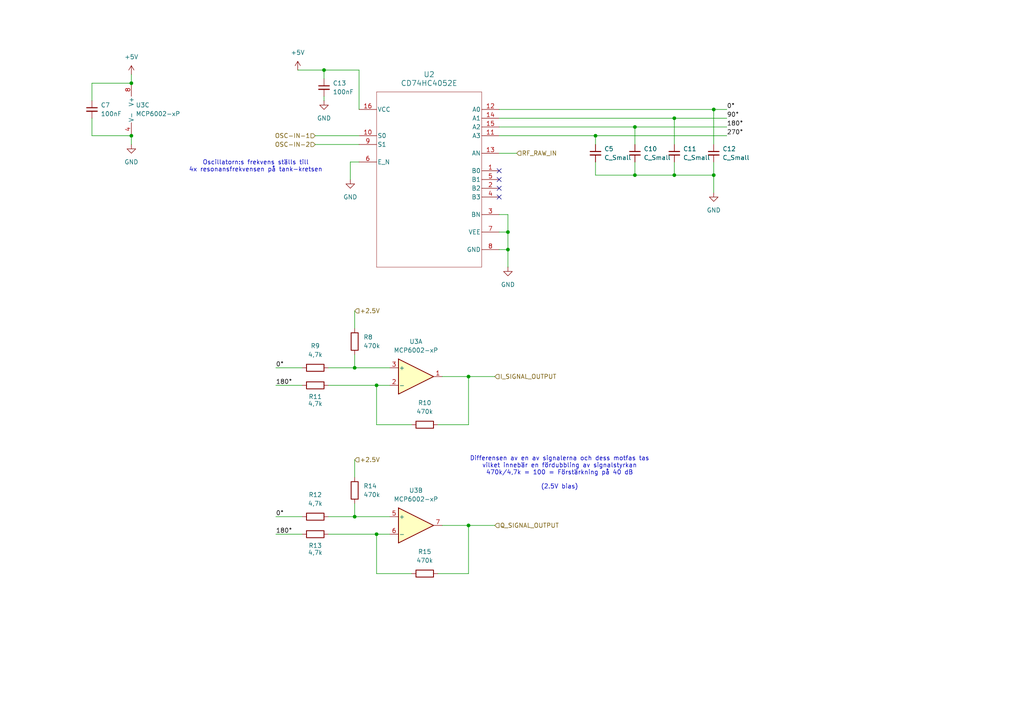
<source format=kicad_sch>
(kicad_sch
	(version 20250114)
	(generator "eeschema")
	(generator_version "9.0")
	(uuid "cdc71340-22e7-4574-a8f3-49098b798c45")
	(paper "A4")
	(lib_symbols
		(symbol "Amplifier_Operational:MCP6002-xP"
			(pin_names
				(offset 0.127)
			)
			(exclude_from_sim no)
			(in_bom yes)
			(on_board yes)
			(property "Reference" "U"
				(at 0 5.08 0)
				(effects
					(font
						(size 1.27 1.27)
					)
					(justify left)
				)
			)
			(property "Value" "MCP6002-xP"
				(at 0 -5.08 0)
				(effects
					(font
						(size 1.27 1.27)
					)
					(justify left)
				)
			)
			(property "Footprint" ""
				(at 0 0 0)
				(effects
					(font
						(size 1.27 1.27)
					)
					(hide yes)
				)
			)
			(property "Datasheet" "http://ww1.microchip.com/downloads/en/DeviceDoc/21733j.pdf"
				(at 0 0 0)
				(effects
					(font
						(size 1.27 1.27)
					)
					(hide yes)
				)
			)
			(property "Description" "1MHz, Low-Power Op Amp, DIP-8"
				(at 0 0 0)
				(effects
					(font
						(size 1.27 1.27)
					)
					(hide yes)
				)
			)
			(property "ki_locked" ""
				(at 0 0 0)
				(effects
					(font
						(size 1.27 1.27)
					)
				)
			)
			(property "ki_keywords" "dual opamp"
				(at 0 0 0)
				(effects
					(font
						(size 1.27 1.27)
					)
					(hide yes)
				)
			)
			(property "ki_fp_filters" "SOIC*3.9x4.9mm*P1.27mm* DIP*W7.62mm* TO*99* OnSemi*Micro8* TSSOP*3x3mm*P0.65mm* TSSOP*4.4x3mm*P0.65mm* MSOP*3x3mm*P0.65mm* SSOP*3.9x4.9mm*P0.635mm* LFCSP*2x2mm*P0.5mm* *SIP* SOIC*5.3x6.2mm*P1.27mm*"
				(at 0 0 0)
				(effects
					(font
						(size 1.27 1.27)
					)
					(hide yes)
				)
			)
			(symbol "MCP6002-xP_1_1"
				(polyline
					(pts
						(xy -5.08 5.08) (xy 5.08 0) (xy -5.08 -5.08) (xy -5.08 5.08)
					)
					(stroke
						(width 0.254)
						(type default)
					)
					(fill
						(type background)
					)
				)
				(pin input line
					(at -7.62 2.54 0)
					(length 2.54)
					(name "+"
						(effects
							(font
								(size 1.27 1.27)
							)
						)
					)
					(number "3"
						(effects
							(font
								(size 1.27 1.27)
							)
						)
					)
				)
				(pin input line
					(at -7.62 -2.54 0)
					(length 2.54)
					(name "-"
						(effects
							(font
								(size 1.27 1.27)
							)
						)
					)
					(number "2"
						(effects
							(font
								(size 1.27 1.27)
							)
						)
					)
				)
				(pin output line
					(at 7.62 0 180)
					(length 2.54)
					(name "~"
						(effects
							(font
								(size 1.27 1.27)
							)
						)
					)
					(number "1"
						(effects
							(font
								(size 1.27 1.27)
							)
						)
					)
				)
			)
			(symbol "MCP6002-xP_2_1"
				(polyline
					(pts
						(xy -5.08 5.08) (xy 5.08 0) (xy -5.08 -5.08) (xy -5.08 5.08)
					)
					(stroke
						(width 0.254)
						(type default)
					)
					(fill
						(type background)
					)
				)
				(pin input line
					(at -7.62 2.54 0)
					(length 2.54)
					(name "+"
						(effects
							(font
								(size 1.27 1.27)
							)
						)
					)
					(number "5"
						(effects
							(font
								(size 1.27 1.27)
							)
						)
					)
				)
				(pin input line
					(at -7.62 -2.54 0)
					(length 2.54)
					(name "-"
						(effects
							(font
								(size 1.27 1.27)
							)
						)
					)
					(number "6"
						(effects
							(font
								(size 1.27 1.27)
							)
						)
					)
				)
				(pin output line
					(at 7.62 0 180)
					(length 2.54)
					(name "~"
						(effects
							(font
								(size 1.27 1.27)
							)
						)
					)
					(number "7"
						(effects
							(font
								(size 1.27 1.27)
							)
						)
					)
				)
			)
			(symbol "MCP6002-xP_3_1"
				(pin power_in line
					(at -2.54 7.62 270)
					(length 3.81)
					(name "V+"
						(effects
							(font
								(size 1.27 1.27)
							)
						)
					)
					(number "8"
						(effects
							(font
								(size 1.27 1.27)
							)
						)
					)
				)
				(pin power_in line
					(at -2.54 -7.62 90)
					(length 3.81)
					(name "V-"
						(effects
							(font
								(size 1.27 1.27)
							)
						)
					)
					(number "4"
						(effects
							(font
								(size 1.27 1.27)
							)
						)
					)
				)
			)
			(embedded_fonts no)
		)
		(symbol "Device:C_Small"
			(pin_numbers
				(hide yes)
			)
			(pin_names
				(offset 0.254)
				(hide yes)
			)
			(exclude_from_sim no)
			(in_bom yes)
			(on_board yes)
			(property "Reference" "C"
				(at 0.254 1.778 0)
				(effects
					(font
						(size 1.27 1.27)
					)
					(justify left)
				)
			)
			(property "Value" "C_Small"
				(at 0.254 -2.032 0)
				(effects
					(font
						(size 1.27 1.27)
					)
					(justify left)
				)
			)
			(property "Footprint" ""
				(at 0 0 0)
				(effects
					(font
						(size 1.27 1.27)
					)
					(hide yes)
				)
			)
			(property "Datasheet" "~"
				(at 0 0 0)
				(effects
					(font
						(size 1.27 1.27)
					)
					(hide yes)
				)
			)
			(property "Description" "Unpolarized capacitor, small symbol"
				(at 0 0 0)
				(effects
					(font
						(size 1.27 1.27)
					)
					(hide yes)
				)
			)
			(property "ki_keywords" "capacitor cap"
				(at 0 0 0)
				(effects
					(font
						(size 1.27 1.27)
					)
					(hide yes)
				)
			)
			(property "ki_fp_filters" "C_*"
				(at 0 0 0)
				(effects
					(font
						(size 1.27 1.27)
					)
					(hide yes)
				)
			)
			(symbol "C_Small_0_1"
				(polyline
					(pts
						(xy -1.524 0.508) (xy 1.524 0.508)
					)
					(stroke
						(width 0.3048)
						(type default)
					)
					(fill
						(type none)
					)
				)
				(polyline
					(pts
						(xy -1.524 -0.508) (xy 1.524 -0.508)
					)
					(stroke
						(width 0.3302)
						(type default)
					)
					(fill
						(type none)
					)
				)
			)
			(symbol "C_Small_1_1"
				(pin passive line
					(at 0 2.54 270)
					(length 2.032)
					(name "~"
						(effects
							(font
								(size 1.27 1.27)
							)
						)
					)
					(number "1"
						(effects
							(font
								(size 1.27 1.27)
							)
						)
					)
				)
				(pin passive line
					(at 0 -2.54 90)
					(length 2.032)
					(name "~"
						(effects
							(font
								(size 1.27 1.27)
							)
						)
					)
					(number "2"
						(effects
							(font
								(size 1.27 1.27)
							)
						)
					)
				)
			)
			(embedded_fonts no)
		)
		(symbol "Device:R"
			(pin_numbers
				(hide yes)
			)
			(pin_names
				(offset 0)
			)
			(exclude_from_sim no)
			(in_bom yes)
			(on_board yes)
			(property "Reference" "R"
				(at 2.032 0 90)
				(effects
					(font
						(size 1.27 1.27)
					)
				)
			)
			(property "Value" "R"
				(at 0 0 90)
				(effects
					(font
						(size 1.27 1.27)
					)
				)
			)
			(property "Footprint" ""
				(at -1.778 0 90)
				(effects
					(font
						(size 1.27 1.27)
					)
					(hide yes)
				)
			)
			(property "Datasheet" "~"
				(at 0 0 0)
				(effects
					(font
						(size 1.27 1.27)
					)
					(hide yes)
				)
			)
			(property "Description" "Resistor"
				(at 0 0 0)
				(effects
					(font
						(size 1.27 1.27)
					)
					(hide yes)
				)
			)
			(property "ki_keywords" "R res resistor"
				(at 0 0 0)
				(effects
					(font
						(size 1.27 1.27)
					)
					(hide yes)
				)
			)
			(property "ki_fp_filters" "R_*"
				(at 0 0 0)
				(effects
					(font
						(size 1.27 1.27)
					)
					(hide yes)
				)
			)
			(symbol "R_0_1"
				(rectangle
					(start -1.016 -2.54)
					(end 1.016 2.54)
					(stroke
						(width 0.254)
						(type default)
					)
					(fill
						(type none)
					)
				)
			)
			(symbol "R_1_1"
				(pin passive line
					(at 0 3.81 270)
					(length 1.27)
					(name "~"
						(effects
							(font
								(size 1.27 1.27)
							)
						)
					)
					(number "1"
						(effects
							(font
								(size 1.27 1.27)
							)
						)
					)
				)
				(pin passive line
					(at 0 -3.81 90)
					(length 1.27)
					(name "~"
						(effects
							(font
								(size 1.27 1.27)
							)
						)
					)
					(number "2"
						(effects
							(font
								(size 1.27 1.27)
							)
						)
					)
				)
			)
			(embedded_fonts no)
		)
		(symbol "power:+5V"
			(power)
			(pin_numbers
				(hide yes)
			)
			(pin_names
				(offset 0)
				(hide yes)
			)
			(exclude_from_sim no)
			(in_bom yes)
			(on_board yes)
			(property "Reference" "#PWR"
				(at 0 -3.81 0)
				(effects
					(font
						(size 1.27 1.27)
					)
					(hide yes)
				)
			)
			(property "Value" "+5V"
				(at 0 3.556 0)
				(effects
					(font
						(size 1.27 1.27)
					)
				)
			)
			(property "Footprint" ""
				(at 0 0 0)
				(effects
					(font
						(size 1.27 1.27)
					)
					(hide yes)
				)
			)
			(property "Datasheet" ""
				(at 0 0 0)
				(effects
					(font
						(size 1.27 1.27)
					)
					(hide yes)
				)
			)
			(property "Description" "Power symbol creates a global label with name \"+5V\""
				(at 0 0 0)
				(effects
					(font
						(size 1.27 1.27)
					)
					(hide yes)
				)
			)
			(property "ki_keywords" "global power"
				(at 0 0 0)
				(effects
					(font
						(size 1.27 1.27)
					)
					(hide yes)
				)
			)
			(symbol "+5V_0_1"
				(polyline
					(pts
						(xy -0.762 1.27) (xy 0 2.54)
					)
					(stroke
						(width 0)
						(type default)
					)
					(fill
						(type none)
					)
				)
				(polyline
					(pts
						(xy 0 2.54) (xy 0.762 1.27)
					)
					(stroke
						(width 0)
						(type default)
					)
					(fill
						(type none)
					)
				)
				(polyline
					(pts
						(xy 0 0) (xy 0 2.54)
					)
					(stroke
						(width 0)
						(type default)
					)
					(fill
						(type none)
					)
				)
			)
			(symbol "+5V_1_1"
				(pin power_in line
					(at 0 0 90)
					(length 0)
					(name "~"
						(effects
							(font
								(size 1.27 1.27)
							)
						)
					)
					(number "1"
						(effects
							(font
								(size 1.27 1.27)
							)
						)
					)
				)
			)
			(embedded_fonts no)
		)
		(symbol "power:GND"
			(power)
			(pin_numbers
				(hide yes)
			)
			(pin_names
				(offset 0)
				(hide yes)
			)
			(exclude_from_sim no)
			(in_bom yes)
			(on_board yes)
			(property "Reference" "#PWR"
				(at 0 -6.35 0)
				(effects
					(font
						(size 1.27 1.27)
					)
					(hide yes)
				)
			)
			(property "Value" "GND"
				(at 0 -3.81 0)
				(effects
					(font
						(size 1.27 1.27)
					)
				)
			)
			(property "Footprint" ""
				(at 0 0 0)
				(effects
					(font
						(size 1.27 1.27)
					)
					(hide yes)
				)
			)
			(property "Datasheet" ""
				(at 0 0 0)
				(effects
					(font
						(size 1.27 1.27)
					)
					(hide yes)
				)
			)
			(property "Description" "Power symbol creates a global label with name \"GND\" , ground"
				(at 0 0 0)
				(effects
					(font
						(size 1.27 1.27)
					)
					(hide yes)
				)
			)
			(property "ki_keywords" "global power"
				(at 0 0 0)
				(effects
					(font
						(size 1.27 1.27)
					)
					(hide yes)
				)
			)
			(symbol "GND_0_1"
				(polyline
					(pts
						(xy 0 0) (xy 0 -1.27) (xy 1.27 -1.27) (xy 0 -2.54) (xy -1.27 -1.27) (xy 0 -1.27)
					)
					(stroke
						(width 0)
						(type default)
					)
					(fill
						(type none)
					)
				)
			)
			(symbol "GND_1_1"
				(pin power_in line
					(at 0 0 270)
					(length 0)
					(name "~"
						(effects
							(font
								(size 1.27 1.27)
							)
						)
					)
					(number "1"
						(effects
							(font
								(size 1.27 1.27)
							)
						)
					)
				)
			)
			(embedded_fonts no)
		)
		(symbol "projekt-am:CD74HC4052E"
			(pin_names
				(offset 0.254)
			)
			(exclude_from_sim no)
			(in_bom yes)
			(on_board yes)
			(property "Reference" "U"
				(at 0 2.54 0)
				(effects
					(font
						(size 1.524 1.524)
					)
				)
			)
			(property "Value" "CD74HC4052E"
				(at 0 0 0)
				(effects
					(font
						(size 1.524 1.524)
					)
				)
			)
			(property "Footprint" "N0016A"
				(at 0 0 0)
				(effects
					(font
						(size 1.27 1.27)
						(italic yes)
					)
					(hide yes)
				)
			)
			(property "Datasheet" "https://www.ti.com/lit/gpn/cd74hc4052"
				(at 0 0 0)
				(effects
					(font
						(size 1.27 1.27)
						(italic yes)
					)
					(hide yes)
				)
			)
			(property "Description" ""
				(at 0 0 0)
				(effects
					(font
						(size 1.27 1.27)
					)
					(hide yes)
				)
			)
			(property "ki_locked" ""
				(at 0 0 0)
				(effects
					(font
						(size 1.27 1.27)
					)
				)
			)
			(property "ki_keywords" "CD74HC4052E"
				(at 0 0 0)
				(effects
					(font
						(size 1.27 1.27)
					)
					(hide yes)
				)
			)
			(property "ki_fp_filters" "N0016A"
				(at 0 0 0)
				(effects
					(font
						(size 1.27 1.27)
					)
					(hide yes)
				)
			)
			(symbol "CD74HC4052E_0_1"
				(polyline
					(pts
						(xy -15.24 25.4) (xy -15.24 -25.4)
					)
					(stroke
						(width 0.1016)
						(type default)
					)
					(fill
						(type none)
					)
				)
				(polyline
					(pts
						(xy -15.24 -25.4) (xy 15.24 -25.4)
					)
					(stroke
						(width 0.1016)
						(type default)
					)
					(fill
						(type none)
					)
				)
				(polyline
					(pts
						(xy 15.24 25.4) (xy -15.24 25.4)
					)
					(stroke
						(width 0.1016)
						(type default)
					)
					(fill
						(type none)
					)
				)
				(polyline
					(pts
						(xy 15.24 -25.4) (xy 15.24 25.4)
					)
					(stroke
						(width 0.1016)
						(type default)
					)
					(fill
						(type none)
					)
				)
				(pin power_in line
					(at -20.32 20.32 0)
					(length 5.08)
					(name "VCC"
						(effects
							(font
								(size 1.27 1.27)
							)
						)
					)
					(number "16"
						(effects
							(font
								(size 1.27 1.27)
							)
						)
					)
				)
				(pin input line
					(at -20.32 12.7 0)
					(length 5.08)
					(name "S0"
						(effects
							(font
								(size 1.27 1.27)
							)
						)
					)
					(number "10"
						(effects
							(font
								(size 1.27 1.27)
							)
						)
					)
				)
				(pin input line
					(at -20.32 10.16 0)
					(length 5.08)
					(name "S1"
						(effects
							(font
								(size 1.27 1.27)
							)
						)
					)
					(number "9"
						(effects
							(font
								(size 1.27 1.27)
							)
						)
					)
				)
				(pin input line
					(at -20.32 5.08 0)
					(length 5.08)
					(name "E_N"
						(effects
							(font
								(size 1.27 1.27)
							)
						)
					)
					(number "6"
						(effects
							(font
								(size 1.27 1.27)
							)
						)
					)
				)
				(pin bidirectional line
					(at 20.32 20.32 180)
					(length 5.08)
					(name "A0"
						(effects
							(font
								(size 1.27 1.27)
							)
						)
					)
					(number "12"
						(effects
							(font
								(size 1.27 1.27)
							)
						)
					)
				)
				(pin bidirectional line
					(at 20.32 17.78 180)
					(length 5.08)
					(name "A1"
						(effects
							(font
								(size 1.27 1.27)
							)
						)
					)
					(number "14"
						(effects
							(font
								(size 1.27 1.27)
							)
						)
					)
				)
				(pin bidirectional line
					(at 20.32 15.24 180)
					(length 5.08)
					(name "A2"
						(effects
							(font
								(size 1.27 1.27)
							)
						)
					)
					(number "15"
						(effects
							(font
								(size 1.27 1.27)
							)
						)
					)
				)
				(pin bidirectional line
					(at 20.32 12.7 180)
					(length 5.08)
					(name "A3"
						(effects
							(font
								(size 1.27 1.27)
							)
						)
					)
					(number "11"
						(effects
							(font
								(size 1.27 1.27)
							)
						)
					)
				)
				(pin bidirectional line
					(at 20.32 7.62 180)
					(length 5.08)
					(name "AN"
						(effects
							(font
								(size 1.27 1.27)
							)
						)
					)
					(number "13"
						(effects
							(font
								(size 1.27 1.27)
							)
						)
					)
				)
				(pin bidirectional line
					(at 20.32 2.54 180)
					(length 5.08)
					(name "B0"
						(effects
							(font
								(size 1.27 1.27)
							)
						)
					)
					(number "1"
						(effects
							(font
								(size 1.27 1.27)
							)
						)
					)
				)
				(pin bidirectional line
					(at 20.32 0 180)
					(length 5.08)
					(name "B1"
						(effects
							(font
								(size 1.27 1.27)
							)
						)
					)
					(number "5"
						(effects
							(font
								(size 1.27 1.27)
							)
						)
					)
				)
				(pin bidirectional line
					(at 20.32 -2.54 180)
					(length 5.08)
					(name "B2"
						(effects
							(font
								(size 1.27 1.27)
							)
						)
					)
					(number "2"
						(effects
							(font
								(size 1.27 1.27)
							)
						)
					)
				)
				(pin bidirectional line
					(at 20.32 -5.08 180)
					(length 5.08)
					(name "B3"
						(effects
							(font
								(size 1.27 1.27)
							)
						)
					)
					(number "4"
						(effects
							(font
								(size 1.27 1.27)
							)
						)
					)
				)
				(pin bidirectional line
					(at 20.32 -10.16 180)
					(length 5.08)
					(name "BN"
						(effects
							(font
								(size 1.27 1.27)
							)
						)
					)
					(number "3"
						(effects
							(font
								(size 1.27 1.27)
							)
						)
					)
				)
				(pin power_in line
					(at 20.32 -15.24 180)
					(length 5.08)
					(name "VEE"
						(effects
							(font
								(size 1.27 1.27)
							)
						)
					)
					(number "7"
						(effects
							(font
								(size 1.27 1.27)
							)
						)
					)
				)
				(pin power_in line
					(at 20.32 -20.32 180)
					(length 5.08)
					(name "GND"
						(effects
							(font
								(size 1.27 1.27)
							)
						)
					)
					(number "8"
						(effects
							(font
								(size 1.27 1.27)
							)
						)
					)
				)
			)
			(embedded_fonts no)
		)
	)
	(text "Oscillatorn:s frekvens ställs till\n4x resonansfrekvensen på tank-kretsen"
		(exclude_from_sim no)
		(at 74.168 48.26 0)
		(effects
			(font
				(size 1.27 1.27)
			)
		)
		(uuid "310a4bf2-fa22-4884-b606-d36b1253d48c")
	)
	(text "Differensen av en av signalerna och dess motfas tas\nvilket innebär en fördubbling av signalstyrkan\n470k/4,7k = 100 = Förstärkning på 40 dB\n\n(2.5V bias)"
		(exclude_from_sim no)
		(at 162.306 137.16 0)
		(effects
			(font
				(size 1.27 1.27)
			)
		)
		(uuid "beabe14a-a7e3-44d6-8bac-53ce3a9e2ac9")
	)
	(junction
		(at 109.22 111.76)
		(diameter 0)
		(color 0 0 0 0)
		(uuid "009df509-5e46-40e8-b0f0-5ed7a393b52f")
	)
	(junction
		(at 207.01 50.8)
		(diameter 0)
		(color 0 0 0 0)
		(uuid "1eb474f3-7f0e-4d37-8511-32ce9958b7c3")
	)
	(junction
		(at 93.98 20.32)
		(diameter 0)
		(color 0 0 0 0)
		(uuid "235fbc2f-3f0e-456f-8e57-b6c5efa36ac7")
	)
	(junction
		(at 147.32 72.39)
		(diameter 0)
		(color 0 0 0 0)
		(uuid "241889a0-06fb-4c55-9602-4be862b79dc1")
	)
	(junction
		(at 135.89 109.22)
		(diameter 0)
		(color 0 0 0 0)
		(uuid "35d63b54-944b-411e-a8d6-6f5f3b1d926a")
	)
	(junction
		(at 38.1 39.37)
		(diameter 0)
		(color 0 0 0 0)
		(uuid "3e8d71a5-cb64-466f-8157-9d4fffe3692d")
	)
	(junction
		(at 38.1 24.13)
		(diameter 0)
		(color 0 0 0 0)
		(uuid "43c20072-d33d-4364-ba9d-efbc926ca33f")
	)
	(junction
		(at 109.22 154.94)
		(diameter 0)
		(color 0 0 0 0)
		(uuid "4cd278e5-9c1f-4138-a54b-2334f5ad4ef5")
	)
	(junction
		(at 195.58 34.29)
		(diameter 0)
		(color 0 0 0 0)
		(uuid "4e230c57-2b82-4431-b855-283b3ad86170")
	)
	(junction
		(at 102.87 106.68)
		(diameter 0)
		(color 0 0 0 0)
		(uuid "559a266a-ddf8-423e-bf86-cd8f2de8cd21")
	)
	(junction
		(at 172.72 39.37)
		(diameter 0)
		(color 0 0 0 0)
		(uuid "57ef5217-cc3c-4a2a-8bc3-ea6d6af7d8dc")
	)
	(junction
		(at 102.87 149.86)
		(diameter 0)
		(color 0 0 0 0)
		(uuid "612fb55c-9cf1-4dc7-9e76-f215068b57a5")
	)
	(junction
		(at 195.58 50.8)
		(diameter 0)
		(color 0 0 0 0)
		(uuid "67aa3272-2e05-429e-aeba-e3ee90beff7d")
	)
	(junction
		(at 184.15 36.83)
		(diameter 0)
		(color 0 0 0 0)
		(uuid "72318a9b-5645-40a4-b97d-15891cdc1e80")
	)
	(junction
		(at 184.15 50.8)
		(diameter 0)
		(color 0 0 0 0)
		(uuid "a4c3fe28-711a-4356-9a28-cdb3e2b42897")
	)
	(junction
		(at 207.01 31.75)
		(diameter 0)
		(color 0 0 0 0)
		(uuid "a50e367c-7e03-4235-89e6-df283245c5ee")
	)
	(junction
		(at 135.89 152.4)
		(diameter 0)
		(color 0 0 0 0)
		(uuid "e09912b4-666b-4538-8f32-ae5cb4324674")
	)
	(junction
		(at 147.32 67.31)
		(diameter 0)
		(color 0 0 0 0)
		(uuid "eda25a9d-44e0-478f-9f4a-ab53c4b4a1a2")
	)
	(no_connect
		(at 144.78 54.61)
		(uuid "3082b201-543a-44f0-af7f-c02ecf742e19")
	)
	(no_connect
		(at 144.78 52.07)
		(uuid "785b476c-c8cf-463c-89f3-400383e0c90b")
	)
	(no_connect
		(at 144.78 57.15)
		(uuid "ac3499ac-3e6b-4e51-9338-64932af032a2")
	)
	(no_connect
		(at 144.78 49.53)
		(uuid "b8fe7893-85b4-4f87-8fa3-147821e255ef")
	)
	(wire
		(pts
			(xy 172.72 39.37) (xy 210.82 39.37)
		)
		(stroke
			(width 0)
			(type default)
		)
		(uuid "03a1ce6b-cd94-4b81-a4b1-12b844d50741")
	)
	(wire
		(pts
			(xy 80.01 154.94) (xy 87.63 154.94)
		)
		(stroke
			(width 0)
			(type default)
		)
		(uuid "03e292d2-0289-4c5b-9aad-699fd54428c9")
	)
	(wire
		(pts
			(xy 144.78 31.75) (xy 207.01 31.75)
		)
		(stroke
			(width 0)
			(type default)
		)
		(uuid "0ff02615-d917-4b86-b337-dd1e0b2b4c72")
	)
	(wire
		(pts
			(xy 184.15 50.8) (xy 195.58 50.8)
		)
		(stroke
			(width 0)
			(type default)
		)
		(uuid "13aba6ad-4fcb-481f-9814-9efa0f5105f5")
	)
	(wire
		(pts
			(xy 184.15 36.83) (xy 210.82 36.83)
		)
		(stroke
			(width 0)
			(type default)
		)
		(uuid "1411585f-93fb-4bb6-95f0-db5f6198889d")
	)
	(wire
		(pts
			(xy 95.25 149.86) (xy 102.87 149.86)
		)
		(stroke
			(width 0)
			(type default)
		)
		(uuid "17ec437c-23c9-46e8-9eb0-b64fe5e54bd3")
	)
	(wire
		(pts
			(xy 102.87 133.35) (xy 102.87 138.43)
		)
		(stroke
			(width 0)
			(type default)
		)
		(uuid "1e0a3d6e-f7f2-4d9f-a61c-1d208d2f5442")
	)
	(wire
		(pts
			(xy 102.87 149.86) (xy 113.03 149.86)
		)
		(stroke
			(width 0)
			(type default)
		)
		(uuid "20838d71-e852-46d0-ac7e-b0afd442910d")
	)
	(wire
		(pts
			(xy 147.32 72.39) (xy 147.32 77.47)
		)
		(stroke
			(width 0)
			(type default)
		)
		(uuid "21aacd9a-5c46-400d-86b4-7b3886ef9154")
	)
	(wire
		(pts
			(xy 144.78 62.23) (xy 147.32 62.23)
		)
		(stroke
			(width 0)
			(type default)
		)
		(uuid "2748764d-26a2-4197-b6cb-8486100e144a")
	)
	(wire
		(pts
			(xy 207.01 31.75) (xy 207.01 41.91)
		)
		(stroke
			(width 0)
			(type default)
		)
		(uuid "297ca1a2-e3eb-4726-a47b-801e92da5000")
	)
	(wire
		(pts
			(xy 86.36 20.32) (xy 93.98 20.32)
		)
		(stroke
			(width 0)
			(type default)
		)
		(uuid "298d56d2-63e3-4db9-933a-86d512063cdd")
	)
	(wire
		(pts
			(xy 147.32 62.23) (xy 147.32 67.31)
		)
		(stroke
			(width 0)
			(type default)
		)
		(uuid "32d8cd00-0faa-448f-88f8-45856727b47c")
	)
	(wire
		(pts
			(xy 128.27 109.22) (xy 135.89 109.22)
		)
		(stroke
			(width 0)
			(type default)
		)
		(uuid "34176540-8b8e-4571-a82b-ebb7cd228877")
	)
	(wire
		(pts
			(xy 135.89 109.22) (xy 135.89 123.19)
		)
		(stroke
			(width 0)
			(type default)
		)
		(uuid "34c172b5-ff3b-48be-8232-9880e0c37008")
	)
	(wire
		(pts
			(xy 128.27 152.4) (xy 135.89 152.4)
		)
		(stroke
			(width 0)
			(type default)
		)
		(uuid "4b1d5862-925f-4bf7-aa9a-bc7904992360")
	)
	(wire
		(pts
			(xy 102.87 106.68) (xy 113.03 106.68)
		)
		(stroke
			(width 0)
			(type default)
		)
		(uuid "4b74a4e1-efc4-4a31-b006-cfeb401f8bac")
	)
	(wire
		(pts
			(xy 109.22 154.94) (xy 113.03 154.94)
		)
		(stroke
			(width 0)
			(type default)
		)
		(uuid "4c33166f-368c-4d7b-8cba-24f568636eaf")
	)
	(wire
		(pts
			(xy 26.67 39.37) (xy 38.1 39.37)
		)
		(stroke
			(width 0)
			(type default)
		)
		(uuid "4c39ac7a-bb56-4fbd-bc66-6dab2a94e8fb")
	)
	(wire
		(pts
			(xy 102.87 146.05) (xy 102.87 149.86)
		)
		(stroke
			(width 0)
			(type default)
		)
		(uuid "4c4d96d7-d930-41c8-9d6f-f7cb08d66ced")
	)
	(wire
		(pts
			(xy 80.01 149.86) (xy 87.63 149.86)
		)
		(stroke
			(width 0)
			(type default)
		)
		(uuid "4fe63f65-5b70-4b47-985d-4c4a60e50716")
	)
	(wire
		(pts
			(xy 91.44 41.91) (xy 104.14 41.91)
		)
		(stroke
			(width 0)
			(type default)
		)
		(uuid "5730412d-7b92-4b2a-845c-1d9a7922d746")
	)
	(wire
		(pts
			(xy 102.87 102.87) (xy 102.87 106.68)
		)
		(stroke
			(width 0)
			(type default)
		)
		(uuid "58bdf71e-3e48-4a6b-bd8c-8f5147a979c1")
	)
	(wire
		(pts
			(xy 184.15 36.83) (xy 184.15 41.91)
		)
		(stroke
			(width 0)
			(type default)
		)
		(uuid "5c6a5614-539c-4196-9390-789763925eba")
	)
	(wire
		(pts
			(xy 195.58 34.29) (xy 195.58 41.91)
		)
		(stroke
			(width 0)
			(type default)
		)
		(uuid "604defdb-efcb-421c-99d5-5119bce2b895")
	)
	(wire
		(pts
			(xy 26.67 24.13) (xy 38.1 24.13)
		)
		(stroke
			(width 0)
			(type default)
		)
		(uuid "6638e200-2c36-4003-bb7c-7ff8c425ad2d")
	)
	(wire
		(pts
			(xy 26.67 29.21) (xy 26.67 24.13)
		)
		(stroke
			(width 0)
			(type default)
		)
		(uuid "697a12fb-ab9b-48a1-8613-b564f29bb020")
	)
	(wire
		(pts
			(xy 135.89 123.19) (xy 127 123.19)
		)
		(stroke
			(width 0)
			(type default)
		)
		(uuid "6ac2520e-13f9-4afe-8c91-85110e1b701d")
	)
	(wire
		(pts
			(xy 109.22 111.76) (xy 109.22 123.19)
		)
		(stroke
			(width 0)
			(type default)
		)
		(uuid "6c931c88-482a-4da1-86d3-b95eec302a73")
	)
	(wire
		(pts
			(xy 144.78 72.39) (xy 147.32 72.39)
		)
		(stroke
			(width 0)
			(type default)
		)
		(uuid "6d6d859e-6780-481a-9571-614eec93e4e5")
	)
	(wire
		(pts
			(xy 119.38 123.19) (xy 109.22 123.19)
		)
		(stroke
			(width 0)
			(type default)
		)
		(uuid "73c9f109-fdfd-4b79-a520-eb3e705ebfc8")
	)
	(wire
		(pts
			(xy 93.98 22.86) (xy 93.98 20.32)
		)
		(stroke
			(width 0)
			(type default)
		)
		(uuid "75626a56-42f0-4ced-897a-a56b0715b3f5")
	)
	(wire
		(pts
			(xy 80.01 106.68) (xy 87.63 106.68)
		)
		(stroke
			(width 0)
			(type default)
		)
		(uuid "7c20d359-197e-4515-8409-23ad293486a3")
	)
	(wire
		(pts
			(xy 195.58 34.29) (xy 210.82 34.29)
		)
		(stroke
			(width 0)
			(type default)
		)
		(uuid "7e456631-d2d2-4b3d-b298-05fa2062bd30")
	)
	(wire
		(pts
			(xy 109.22 154.94) (xy 109.22 166.37)
		)
		(stroke
			(width 0)
			(type default)
		)
		(uuid "81952a9e-0137-49ea-bf37-da87d266d12e")
	)
	(wire
		(pts
			(xy 147.32 67.31) (xy 147.32 72.39)
		)
		(stroke
			(width 0)
			(type default)
		)
		(uuid "83ad3045-be1b-4085-9a9d-b217a1fdd830")
	)
	(wire
		(pts
			(xy 26.67 34.29) (xy 26.67 39.37)
		)
		(stroke
			(width 0)
			(type default)
		)
		(uuid "88afffd0-ae6f-4d1e-aebf-1fb7c874bb9f")
	)
	(wire
		(pts
			(xy 172.72 50.8) (xy 184.15 50.8)
		)
		(stroke
			(width 0)
			(type default)
		)
		(uuid "89d98a97-bc45-4898-9fc8-68fd8fc0fa63")
	)
	(wire
		(pts
			(xy 104.14 46.99) (xy 101.6 46.99)
		)
		(stroke
			(width 0)
			(type default)
		)
		(uuid "8d5c0b53-13d5-47be-9472-0a90e399ddd0")
	)
	(wire
		(pts
			(xy 95.25 111.76) (xy 109.22 111.76)
		)
		(stroke
			(width 0)
			(type default)
		)
		(uuid "8f1923f3-66ee-4d38-8b36-fa8628c63a93")
	)
	(wire
		(pts
			(xy 93.98 29.21) (xy 93.98 27.94)
		)
		(stroke
			(width 0)
			(type default)
		)
		(uuid "9d5d8136-51e3-4278-80d7-de5089fc2b88")
	)
	(wire
		(pts
			(xy 135.89 152.4) (xy 143.51 152.4)
		)
		(stroke
			(width 0)
			(type default)
		)
		(uuid "a0cec6c4-f569-431e-be5c-f286e24a922c")
	)
	(wire
		(pts
			(xy 135.89 152.4) (xy 135.89 166.37)
		)
		(stroke
			(width 0)
			(type default)
		)
		(uuid "a52440e2-6068-4b02-a17f-9c9ef8d6aae6")
	)
	(wire
		(pts
			(xy 172.72 46.99) (xy 172.72 50.8)
		)
		(stroke
			(width 0)
			(type default)
		)
		(uuid "a619e160-23f8-4ce5-841b-6e3086affca4")
	)
	(wire
		(pts
			(xy 38.1 39.37) (xy 38.1 41.91)
		)
		(stroke
			(width 0)
			(type default)
		)
		(uuid "a6d2e204-a16e-4ac8-a48b-2032269ae286")
	)
	(wire
		(pts
			(xy 144.78 67.31) (xy 147.32 67.31)
		)
		(stroke
			(width 0)
			(type default)
		)
		(uuid "a7a564b5-166a-4409-bce6-601eadd93a9a")
	)
	(wire
		(pts
			(xy 104.14 31.75) (xy 104.14 20.32)
		)
		(stroke
			(width 0)
			(type default)
		)
		(uuid "a8349066-c1fc-4e6f-93b0-25ccb0c4324b")
	)
	(wire
		(pts
			(xy 195.58 46.99) (xy 195.58 50.8)
		)
		(stroke
			(width 0)
			(type default)
		)
		(uuid "a954a169-c86c-4175-9f8c-81476e117dbb")
	)
	(wire
		(pts
			(xy 80.01 111.76) (xy 87.63 111.76)
		)
		(stroke
			(width 0)
			(type default)
		)
		(uuid "ad4fa25b-7781-4338-a1bb-d9342e9d3a8c")
	)
	(wire
		(pts
			(xy 109.22 111.76) (xy 113.03 111.76)
		)
		(stroke
			(width 0)
			(type default)
		)
		(uuid "b1431d2c-1ed9-4904-9ea8-47884c61a511")
	)
	(wire
		(pts
			(xy 172.72 39.37) (xy 172.72 41.91)
		)
		(stroke
			(width 0)
			(type default)
		)
		(uuid "ba2a6d0c-2d81-4e31-8aae-7940717382d4")
	)
	(wire
		(pts
			(xy 135.89 109.22) (xy 143.51 109.22)
		)
		(stroke
			(width 0)
			(type default)
		)
		(uuid "c720c2de-0392-4719-8f15-44730c7acf72")
	)
	(wire
		(pts
			(xy 135.89 166.37) (xy 127 166.37)
		)
		(stroke
			(width 0)
			(type default)
		)
		(uuid "c8e2d8b8-d85c-4ce7-b32b-d4b0c197eba3")
	)
	(wire
		(pts
			(xy 144.78 44.45) (xy 149.86 44.45)
		)
		(stroke
			(width 0)
			(type default)
		)
		(uuid "c8fcb911-f088-4a20-b8fd-f644bd4a8107")
	)
	(wire
		(pts
			(xy 207.01 31.75) (xy 210.82 31.75)
		)
		(stroke
			(width 0)
			(type default)
		)
		(uuid "ca1138ff-64c7-4948-89a1-5e7e28594eb6")
	)
	(wire
		(pts
			(xy 101.6 46.99) (xy 101.6 52.07)
		)
		(stroke
			(width 0)
			(type default)
		)
		(uuid "cafd55b3-c66a-4122-97a7-c74648ae0fc7")
	)
	(wire
		(pts
			(xy 207.01 46.99) (xy 207.01 50.8)
		)
		(stroke
			(width 0)
			(type default)
		)
		(uuid "cf42d641-4945-4bbe-8329-d31a7ff66a56")
	)
	(wire
		(pts
			(xy 207.01 50.8) (xy 195.58 50.8)
		)
		(stroke
			(width 0)
			(type default)
		)
		(uuid "d1acb4df-aa3b-4034-8b67-ae0e37b1a2c2")
	)
	(wire
		(pts
			(xy 144.78 39.37) (xy 172.72 39.37)
		)
		(stroke
			(width 0)
			(type default)
		)
		(uuid "d6a111ee-3377-4fb1-9201-69ad140bb794")
	)
	(wire
		(pts
			(xy 102.87 90.17) (xy 102.87 95.25)
		)
		(stroke
			(width 0)
			(type default)
		)
		(uuid "d882f727-3ac4-4ff4-8419-f59bc72962c8")
	)
	(wire
		(pts
			(xy 93.98 20.32) (xy 104.14 20.32)
		)
		(stroke
			(width 0)
			(type default)
		)
		(uuid "e351ae53-d94b-42ab-95cd-5f878c6f5a04")
	)
	(wire
		(pts
			(xy 119.38 166.37) (xy 109.22 166.37)
		)
		(stroke
			(width 0)
			(type default)
		)
		(uuid "e8ee9c4e-736a-4ab3-867d-27c93df4c329")
	)
	(wire
		(pts
			(xy 207.01 50.8) (xy 207.01 55.88)
		)
		(stroke
			(width 0)
			(type default)
		)
		(uuid "e9a4bb82-9896-49b6-9b93-65e3813e540e")
	)
	(wire
		(pts
			(xy 38.1 21.59) (xy 38.1 24.13)
		)
		(stroke
			(width 0)
			(type default)
		)
		(uuid "ecb49adc-81ff-4bca-8400-1c25b298a297")
	)
	(wire
		(pts
			(xy 144.78 36.83) (xy 184.15 36.83)
		)
		(stroke
			(width 0)
			(type default)
		)
		(uuid "ee997b39-eabb-411e-af70-69578c7a5c0f")
	)
	(wire
		(pts
			(xy 95.25 106.68) (xy 102.87 106.68)
		)
		(stroke
			(width 0)
			(type default)
		)
		(uuid "eeafc664-2e10-41f5-bcb3-9ef8a766170b")
	)
	(wire
		(pts
			(xy 184.15 46.99) (xy 184.15 50.8)
		)
		(stroke
			(width 0)
			(type default)
		)
		(uuid "fc93b7a3-33f3-4247-af51-3e94672c46a9")
	)
	(wire
		(pts
			(xy 144.78 34.29) (xy 195.58 34.29)
		)
		(stroke
			(width 0)
			(type default)
		)
		(uuid "fccdefdc-b8f0-4de6-898b-87ba564ba930")
	)
	(wire
		(pts
			(xy 91.44 39.37) (xy 104.14 39.37)
		)
		(stroke
			(width 0)
			(type default)
		)
		(uuid "fd2d12b4-bd01-4751-95e2-4a9a62b1c60e")
	)
	(wire
		(pts
			(xy 95.25 154.94) (xy 109.22 154.94)
		)
		(stroke
			(width 0)
			(type default)
		)
		(uuid "fd69bc6a-d903-4898-b22f-317dc8bc7acf")
	)
	(label "180°"
		(at 80.01 154.94 0)
		(effects
			(font
				(size 1.27 1.27)
			)
			(justify left bottom)
		)
		(uuid "082bcb06-9163-48e5-9b47-07ff9f16c7c4")
	)
	(label "180°"
		(at 80.01 111.76 0)
		(effects
			(font
				(size 1.27 1.27)
			)
			(justify left bottom)
		)
		(uuid "18e3767f-ae42-49cd-a9d1-1745dfe1c7c5")
	)
	(label "180°"
		(at 210.82 36.83 0)
		(effects
			(font
				(size 1.27 1.27)
			)
			(justify left bottom)
		)
		(uuid "3308d8fd-33cb-4630-8dc9-de4619de0a59")
	)
	(label "0°"
		(at 80.01 106.68 0)
		(effects
			(font
				(size 1.27 1.27)
			)
			(justify left bottom)
		)
		(uuid "54ee7112-db35-4b30-bae3-cd974c99103d")
	)
	(label "270°"
		(at 210.82 39.37 0)
		(effects
			(font
				(size 1.27 1.27)
			)
			(justify left bottom)
		)
		(uuid "69c8e051-48fd-4d4d-9be9-7ec2e4dcc982")
	)
	(label "0°"
		(at 210.82 31.75 0)
		(effects
			(font
				(size 1.27 1.27)
			)
			(justify left bottom)
		)
		(uuid "8a7e99ce-2e7a-4d7a-be05-b78a27aecf51")
	)
	(label "0°"
		(at 80.01 149.86 0)
		(effects
			(font
				(size 1.27 1.27)
			)
			(justify left bottom)
		)
		(uuid "ae2e0761-21c7-4c0b-b0a4-e081242d314a")
	)
	(label "90°"
		(at 210.82 34.29 0)
		(effects
			(font
				(size 1.27 1.27)
			)
			(justify left bottom)
		)
		(uuid "e691120d-c987-4449-b860-bd984a1b3be8")
	)
	(hierarchical_label "Q_SIGNAL_OUTPUT"
		(shape input)
		(at 143.51 152.4 0)
		(effects
			(font
				(size 1.27 1.27)
			)
			(justify left)
		)
		(uuid "4afe63ab-b8ee-4273-8024-5a54d8c6030a")
	)
	(hierarchical_label "OSC-IN-2"
		(shape input)
		(at 91.44 41.91 180)
		(effects
			(font
				(size 1.27 1.27)
			)
			(justify right)
		)
		(uuid "64604907-1075-4ae6-8fae-dd8300ffd6a0")
	)
	(hierarchical_label "+2.5V"
		(shape input)
		(at 102.87 90.17 0)
		(effects
			(font
				(size 1.27 1.27)
			)
			(justify left)
		)
		(uuid "a6d83fd9-7f89-4524-ac09-220ef31bfaec")
	)
	(hierarchical_label "RF_RAW_IN"
		(shape input)
		(at 149.86 44.45 0)
		(effects
			(font
				(size 1.27 1.27)
			)
			(justify left)
		)
		(uuid "c03c5b41-0604-468c-ad0d-819b7c6f04ee")
	)
	(hierarchical_label "+2.5V"
		(shape input)
		(at 102.87 133.35 0)
		(effects
			(font
				(size 1.27 1.27)
			)
			(justify left)
		)
		(uuid "d0684e74-ae2b-42a9-a326-3e77ee7cff4a")
	)
	(hierarchical_label "I_SIGNAL_OUTPUT"
		(shape input)
		(at 143.51 109.22 0)
		(effects
			(font
				(size 1.27 1.27)
			)
			(justify left)
		)
		(uuid "de0b5652-23a5-450c-a9d3-61d09d917b90")
	)
	(hierarchical_label "OSC-IN-1"
		(shape input)
		(at 91.44 39.37 180)
		(effects
			(font
				(size 1.27 1.27)
			)
			(justify right)
		)
		(uuid "fd70e244-6a64-4265-b83f-f55a69012d26")
	)
	(symbol
		(lib_id "Device:R")
		(at 123.19 166.37 90)
		(unit 1)
		(exclude_from_sim no)
		(in_bom yes)
		(on_board yes)
		(dnp no)
		(fields_autoplaced yes)
		(uuid "10655f14-f5d5-4799-a850-499c81a30ccd")
		(property "Reference" "R15"
			(at 123.19 160.02 90)
			(effects
				(font
					(size 1.27 1.27)
				)
			)
		)
		(property "Value" "470k"
			(at 123.19 162.56 90)
			(effects
				(font
					(size 1.27 1.27)
				)
			)
		)
		(property "Footprint" ""
			(at 123.19 168.148 90)
			(effects
				(font
					(size 1.27 1.27)
				)
				(hide yes)
			)
		)
		(property "Datasheet" "~"
			(at 123.19 166.37 0)
			(effects
				(font
					(size 1.27 1.27)
				)
				(hide yes)
			)
		)
		(property "Description" "Resistor"
			(at 123.19 166.37 0)
			(effects
				(font
					(size 1.27 1.27)
				)
				(hide yes)
			)
		)
		(pin "2"
			(uuid "c7258b02-e5fd-403f-9968-48362168477e")
		)
		(pin "1"
			(uuid "779276bb-616a-48c2-b1d8-83b18be520e3")
		)
		(instances
			(project "projekt-am"
				(path "/7df00c60-b27b-47e9-9d2f-0d6aec1b4a33/1fee5689-c3d1-4b5d-a2d6-da92180c3d77"
					(reference "R15")
					(unit 1)
				)
			)
		)
	)
	(symbol
		(lib_id "power:+5V")
		(at 38.1 21.59 0)
		(unit 1)
		(exclude_from_sim no)
		(in_bom yes)
		(on_board yes)
		(dnp no)
		(fields_autoplaced yes)
		(uuid "307c5763-e01e-48f0-8a68-aed3464567af")
		(property "Reference" "#PWR014"
			(at 38.1 25.4 0)
			(effects
				(font
					(size 1.27 1.27)
				)
				(hide yes)
			)
		)
		(property "Value" "+5V"
			(at 38.1 16.51 0)
			(effects
				(font
					(size 1.27 1.27)
				)
			)
		)
		(property "Footprint" ""
			(at 38.1 21.59 0)
			(effects
				(font
					(size 1.27 1.27)
				)
				(hide yes)
			)
		)
		(property "Datasheet" ""
			(at 38.1 21.59 0)
			(effects
				(font
					(size 1.27 1.27)
				)
				(hide yes)
			)
		)
		(property "Description" "Power symbol creates a global label with name \"+5V\""
			(at 38.1 21.59 0)
			(effects
				(font
					(size 1.27 1.27)
				)
				(hide yes)
			)
		)
		(pin "1"
			(uuid "53728ffb-cb34-4314-947e-2fc31d8dd0ff")
		)
		(instances
			(project "projekt-am"
				(path "/7df00c60-b27b-47e9-9d2f-0d6aec1b4a33/1fee5689-c3d1-4b5d-a2d6-da92180c3d77"
					(reference "#PWR014")
					(unit 1)
				)
			)
		)
	)
	(symbol
		(lib_id "power:GND")
		(at 38.1 41.91 0)
		(unit 1)
		(exclude_from_sim no)
		(in_bom yes)
		(on_board yes)
		(dnp no)
		(fields_autoplaced yes)
		(uuid "3f19128e-f19e-470d-9e8a-ee3803294a6b")
		(property "Reference" "#PWR010"
			(at 38.1 48.26 0)
			(effects
				(font
					(size 1.27 1.27)
				)
				(hide yes)
			)
		)
		(property "Value" "GND"
			(at 38.1 46.99 0)
			(effects
				(font
					(size 1.27 1.27)
				)
			)
		)
		(property "Footprint" ""
			(at 38.1 41.91 0)
			(effects
				(font
					(size 1.27 1.27)
				)
				(hide yes)
			)
		)
		(property "Datasheet" ""
			(at 38.1 41.91 0)
			(effects
				(font
					(size 1.27 1.27)
				)
				(hide yes)
			)
		)
		(property "Description" "Power symbol creates a global label with name \"GND\" , ground"
			(at 38.1 41.91 0)
			(effects
				(font
					(size 1.27 1.27)
				)
				(hide yes)
			)
		)
		(pin "1"
			(uuid "d3253d29-6fe3-4507-9451-c8c2aa965da7")
		)
		(instances
			(project ""
				(path "/7df00c60-b27b-47e9-9d2f-0d6aec1b4a33/1fee5689-c3d1-4b5d-a2d6-da92180c3d77"
					(reference "#PWR010")
					(unit 1)
				)
			)
		)
	)
	(symbol
		(lib_id "power:GND")
		(at 93.98 29.21 0)
		(unit 1)
		(exclude_from_sim no)
		(in_bom yes)
		(on_board yes)
		(dnp no)
		(fields_autoplaced yes)
		(uuid "4420d417-dfba-4048-8562-d9c09e8ec91d")
		(property "Reference" "#PWR011"
			(at 93.98 35.56 0)
			(effects
				(font
					(size 1.27 1.27)
				)
				(hide yes)
			)
		)
		(property "Value" "GND"
			(at 93.98 34.29 0)
			(effects
				(font
					(size 1.27 1.27)
				)
			)
		)
		(property "Footprint" ""
			(at 93.98 29.21 0)
			(effects
				(font
					(size 1.27 1.27)
				)
				(hide yes)
			)
		)
		(property "Datasheet" ""
			(at 93.98 29.21 0)
			(effects
				(font
					(size 1.27 1.27)
				)
				(hide yes)
			)
		)
		(property "Description" "Power symbol creates a global label with name \"GND\" , ground"
			(at 93.98 29.21 0)
			(effects
				(font
					(size 1.27 1.27)
				)
				(hide yes)
			)
		)
		(pin "1"
			(uuid "40f93790-96c9-4fd0-a8ea-15fb81271ce5")
		)
		(instances
			(project ""
				(path "/7df00c60-b27b-47e9-9d2f-0d6aec1b4a33/1fee5689-c3d1-4b5d-a2d6-da92180c3d77"
					(reference "#PWR011")
					(unit 1)
				)
			)
		)
	)
	(symbol
		(lib_id "projekt-am:CD74HC4052E")
		(at 124.46 52.07 0)
		(unit 1)
		(exclude_from_sim no)
		(in_bom yes)
		(on_board yes)
		(dnp no)
		(fields_autoplaced yes)
		(uuid "46ec295e-7ea7-4f10-b1b3-d4644d637c3e")
		(property "Reference" "U2"
			(at 124.46 21.59 0)
			(effects
				(font
					(size 1.524 1.524)
				)
			)
		)
		(property "Value" "CD74HC4052E"
			(at 124.46 24.13 0)
			(effects
				(font
					(size 1.524 1.524)
				)
			)
		)
		(property "Footprint" "N0016A"
			(at 124.46 52.07 0)
			(effects
				(font
					(size 1.27 1.27)
					(italic yes)
				)
				(hide yes)
			)
		)
		(property "Datasheet" "https://www.ti.com/lit/gpn/cd74hc4052"
			(at 124.46 52.07 0)
			(effects
				(font
					(size 1.27 1.27)
					(italic yes)
				)
				(hide yes)
			)
		)
		(property "Description" ""
			(at 124.46 52.07 0)
			(effects
				(font
					(size 1.27 1.27)
				)
				(hide yes)
			)
		)
		(pin "1"
			(uuid "5e15d012-7891-4293-80cd-821644e47640")
		)
		(pin "9"
			(uuid "5c929baa-600d-45da-8dd0-65763cf044c7")
		)
		(pin "16"
			(uuid "178244da-8eda-4296-98cb-b61aaf681425")
		)
		(pin "10"
			(uuid "ac8e0769-f48e-4fa4-9822-c1c336dab728")
		)
		(pin "6"
			(uuid "d1d50ef7-0943-4df5-91de-f6aacc873bdb")
		)
		(pin "12"
			(uuid "3b235c43-2efc-4de6-90e4-cdaa11dafdd1")
		)
		(pin "14"
			(uuid "a45b7e8d-af19-4908-82e4-b4b06f414db2")
		)
		(pin "15"
			(uuid "00aea8c6-9482-43ec-86fa-57382fafecd6")
		)
		(pin "11"
			(uuid "ad8ba959-86f5-4614-a43f-dac21d261174")
		)
		(pin "13"
			(uuid "a295c6c1-6ab3-4c41-b1a1-ff98bc18396a")
		)
		(pin "3"
			(uuid "6ef7224a-e505-4eae-a0ba-c5b9c644758f")
		)
		(pin "5"
			(uuid "7af8c6da-233d-44ce-abb0-4467ef1fdbb4")
		)
		(pin "2"
			(uuid "81f59c49-95cf-4b49-9596-8adbde602f1f")
		)
		(pin "4"
			(uuid "e394721b-d525-464a-b8be-e3e043899a0c")
		)
		(pin "7"
			(uuid "317d2c95-0b60-4b08-a4b8-849930eabe99")
		)
		(pin "8"
			(uuid "8d8c05aa-6f38-4612-ac35-4d97a6ed1318")
		)
		(instances
			(project ""
				(path "/7df00c60-b27b-47e9-9d2f-0d6aec1b4a33/1fee5689-c3d1-4b5d-a2d6-da92180c3d77"
					(reference "U2")
					(unit 1)
				)
			)
		)
	)
	(symbol
		(lib_id "Device:C_Small")
		(at 207.01 44.45 0)
		(unit 1)
		(exclude_from_sim no)
		(in_bom yes)
		(on_board yes)
		(dnp no)
		(fields_autoplaced yes)
		(uuid "48d551b3-fcb8-4e09-a051-8b86d0091a2e")
		(property "Reference" "C12"
			(at 209.55 43.1862 0)
			(effects
				(font
					(size 1.27 1.27)
				)
				(justify left)
			)
		)
		(property "Value" "C_Small"
			(at 209.55 45.7262 0)
			(effects
				(font
					(size 1.27 1.27)
				)
				(justify left)
			)
		)
		(property "Footprint" ""
			(at 207.01 44.45 0)
			(effects
				(font
					(size 1.27 1.27)
				)
				(hide yes)
			)
		)
		(property "Datasheet" "~"
			(at 207.01 44.45 0)
			(effects
				(font
					(size 1.27 1.27)
				)
				(hide yes)
			)
		)
		(property "Description" "Unpolarized capacitor, small symbol"
			(at 207.01 44.45 0)
			(effects
				(font
					(size 1.27 1.27)
				)
				(hide yes)
			)
		)
		(pin "1"
			(uuid "4cde9d6b-5508-4f22-88b8-e7dc89c84531")
		)
		(pin "2"
			(uuid "e9a86504-24ad-487d-87da-bd2b8f0735cb")
		)
		(instances
			(project "projekt-am"
				(path "/7df00c60-b27b-47e9-9d2f-0d6aec1b4a33/1fee5689-c3d1-4b5d-a2d6-da92180c3d77"
					(reference "C12")
					(unit 1)
				)
			)
		)
	)
	(symbol
		(lib_id "Device:R")
		(at 91.44 111.76 270)
		(unit 1)
		(exclude_from_sim no)
		(in_bom yes)
		(on_board yes)
		(dnp no)
		(uuid "535d9831-2f6f-426f-8240-22cf81595087")
		(property "Reference" "R11"
			(at 91.44 115.062 90)
			(effects
				(font
					(size 1.27 1.27)
				)
			)
		)
		(property "Value" "4,7k"
			(at 91.44 117.094 90)
			(effects
				(font
					(size 1.27 1.27)
				)
			)
		)
		(property "Footprint" ""
			(at 91.44 109.982 90)
			(effects
				(font
					(size 1.27 1.27)
				)
				(hide yes)
			)
		)
		(property "Datasheet" "~"
			(at 91.44 111.76 0)
			(effects
				(font
					(size 1.27 1.27)
				)
				(hide yes)
			)
		)
		(property "Description" "Resistor"
			(at 91.44 111.76 0)
			(effects
				(font
					(size 1.27 1.27)
				)
				(hide yes)
			)
		)
		(pin "1"
			(uuid "c1d876ce-ee93-4614-9e27-1417f965bc08")
		)
		(pin "2"
			(uuid "28f0324b-716d-4ebf-80e2-1450ee7d6a30")
		)
		(instances
			(project "projekt-am"
				(path "/7df00c60-b27b-47e9-9d2f-0d6aec1b4a33/1fee5689-c3d1-4b5d-a2d6-da92180c3d77"
					(reference "R11")
					(unit 1)
				)
			)
		)
	)
	(symbol
		(lib_id "power:+5V")
		(at 86.36 20.32 0)
		(unit 1)
		(exclude_from_sim no)
		(in_bom yes)
		(on_board yes)
		(dnp no)
		(fields_autoplaced yes)
		(uuid "5700fd45-ae6e-4b32-a9fd-ec3c4ca01ba7")
		(property "Reference" "#PWR013"
			(at 86.36 24.13 0)
			(effects
				(font
					(size 1.27 1.27)
				)
				(hide yes)
			)
		)
		(property "Value" "+5V"
			(at 86.36 15.24 0)
			(effects
				(font
					(size 1.27 1.27)
				)
			)
		)
		(property "Footprint" ""
			(at 86.36 20.32 0)
			(effects
				(font
					(size 1.27 1.27)
				)
				(hide yes)
			)
		)
		(property "Datasheet" ""
			(at 86.36 20.32 0)
			(effects
				(font
					(size 1.27 1.27)
				)
				(hide yes)
			)
		)
		(property "Description" "Power symbol creates a global label with name \"+5V\""
			(at 86.36 20.32 0)
			(effects
				(font
					(size 1.27 1.27)
				)
				(hide yes)
			)
		)
		(pin "1"
			(uuid "31d1d375-c6a2-4275-9ef5-794404aac337")
		)
		(instances
			(project ""
				(path "/7df00c60-b27b-47e9-9d2f-0d6aec1b4a33/1fee5689-c3d1-4b5d-a2d6-da92180c3d77"
					(reference "#PWR013")
					(unit 1)
				)
			)
		)
	)
	(symbol
		(lib_id "Device:C_Small")
		(at 195.58 44.45 0)
		(unit 1)
		(exclude_from_sim no)
		(in_bom yes)
		(on_board yes)
		(dnp no)
		(fields_autoplaced yes)
		(uuid "5771dec9-b83c-4707-8beb-9e60ae3a6551")
		(property "Reference" "C11"
			(at 198.12 43.1862 0)
			(effects
				(font
					(size 1.27 1.27)
				)
				(justify left)
			)
		)
		(property "Value" "C_Small"
			(at 198.12 45.7262 0)
			(effects
				(font
					(size 1.27 1.27)
				)
				(justify left)
			)
		)
		(property "Footprint" ""
			(at 195.58 44.45 0)
			(effects
				(font
					(size 1.27 1.27)
				)
				(hide yes)
			)
		)
		(property "Datasheet" "~"
			(at 195.58 44.45 0)
			(effects
				(font
					(size 1.27 1.27)
				)
				(hide yes)
			)
		)
		(property "Description" "Unpolarized capacitor, small symbol"
			(at 195.58 44.45 0)
			(effects
				(font
					(size 1.27 1.27)
				)
				(hide yes)
			)
		)
		(pin "1"
			(uuid "4cde9d6b-5508-4f22-88b8-e7dc89c84530")
		)
		(pin "2"
			(uuid "e9a86504-24ad-487d-87da-bd2b8f0735ca")
		)
		(instances
			(project "projekt-am"
				(path "/7df00c60-b27b-47e9-9d2f-0d6aec1b4a33/1fee5689-c3d1-4b5d-a2d6-da92180c3d77"
					(reference "C11")
					(unit 1)
				)
			)
		)
	)
	(symbol
		(lib_id "Device:C_Small")
		(at 184.15 44.45 0)
		(unit 1)
		(exclude_from_sim no)
		(in_bom yes)
		(on_board yes)
		(dnp no)
		(uuid "79942c37-ff66-462b-b91a-309239e3fa8a")
		(property "Reference" "C10"
			(at 186.69 43.1862 0)
			(effects
				(font
					(size 1.27 1.27)
				)
				(justify left)
			)
		)
		(property "Value" "C_Small"
			(at 186.69 45.7262 0)
			(effects
				(font
					(size 1.27 1.27)
				)
				(justify left)
			)
		)
		(property "Footprint" ""
			(at 184.15 44.45 0)
			(effects
				(font
					(size 1.27 1.27)
				)
				(hide yes)
			)
		)
		(property "Datasheet" "~"
			(at 184.15 44.45 0)
			(effects
				(font
					(size 1.27 1.27)
				)
				(hide yes)
			)
		)
		(property "Description" "Unpolarized capacitor, small symbol"
			(at 184.15 44.45 0)
			(effects
				(font
					(size 1.27 1.27)
				)
				(hide yes)
			)
		)
		(pin "1"
			(uuid "4cde9d6b-5508-4f22-88b8-e7dc89c8452f")
		)
		(pin "2"
			(uuid "e9a86504-24ad-487d-87da-bd2b8f0735c9")
		)
		(instances
			(project "projekt-am"
				(path "/7df00c60-b27b-47e9-9d2f-0d6aec1b4a33/1fee5689-c3d1-4b5d-a2d6-da92180c3d77"
					(reference "C10")
					(unit 1)
				)
			)
		)
	)
	(symbol
		(lib_id "Device:C_Small")
		(at 93.98 25.4 0)
		(unit 1)
		(exclude_from_sim no)
		(in_bom yes)
		(on_board yes)
		(dnp no)
		(fields_autoplaced yes)
		(uuid "7b9411d3-b904-4e59-84bc-8fbf96a6ff61")
		(property "Reference" "C13"
			(at 96.52 24.1362 0)
			(effects
				(font
					(size 1.27 1.27)
				)
				(justify left)
			)
		)
		(property "Value" "100nF"
			(at 96.52 26.6762 0)
			(effects
				(font
					(size 1.27 1.27)
				)
				(justify left)
			)
		)
		(property "Footprint" ""
			(at 93.98 25.4 0)
			(effects
				(font
					(size 1.27 1.27)
				)
				(hide yes)
			)
		)
		(property "Datasheet" "~"
			(at 93.98 25.4 0)
			(effects
				(font
					(size 1.27 1.27)
				)
				(hide yes)
			)
		)
		(property "Description" "Unpolarized capacitor, small symbol"
			(at 93.98 25.4 0)
			(effects
				(font
					(size 1.27 1.27)
				)
				(hide yes)
			)
		)
		(pin "1"
			(uuid "db9276dc-dc75-4a02-ab88-15ef40d62cf8")
		)
		(pin "2"
			(uuid "54281559-8673-4b37-926f-8e9da40446a9")
		)
		(instances
			(project "projekt-am"
				(path "/7df00c60-b27b-47e9-9d2f-0d6aec1b4a33/1fee5689-c3d1-4b5d-a2d6-da92180c3d77"
					(reference "C13")
					(unit 1)
				)
			)
		)
	)
	(symbol
		(lib_id "Device:C_Small")
		(at 172.72 44.45 0)
		(unit 1)
		(exclude_from_sim no)
		(in_bom yes)
		(on_board yes)
		(dnp no)
		(fields_autoplaced yes)
		(uuid "8a2cd188-9c2c-4c30-9857-1ac394364855")
		(property "Reference" "C5"
			(at 175.26 43.1862 0)
			(effects
				(font
					(size 1.27 1.27)
				)
				(justify left)
			)
		)
		(property "Value" "C_Small"
			(at 175.26 45.7262 0)
			(effects
				(font
					(size 1.27 1.27)
				)
				(justify left)
			)
		)
		(property "Footprint" ""
			(at 172.72 44.45 0)
			(effects
				(font
					(size 1.27 1.27)
				)
				(hide yes)
			)
		)
		(property "Datasheet" "~"
			(at 172.72 44.45 0)
			(effects
				(font
					(size 1.27 1.27)
				)
				(hide yes)
			)
		)
		(property "Description" "Unpolarized capacitor, small symbol"
			(at 172.72 44.45 0)
			(effects
				(font
					(size 1.27 1.27)
				)
				(hide yes)
			)
		)
		(pin "1"
			(uuid "4cde9d6b-5508-4f22-88b8-e7dc89c8452e")
		)
		(pin "2"
			(uuid "e9a86504-24ad-487d-87da-bd2b8f0735c8")
		)
		(instances
			(project "projekt-am"
				(path "/7df00c60-b27b-47e9-9d2f-0d6aec1b4a33/1fee5689-c3d1-4b5d-a2d6-da92180c3d77"
					(reference "C5")
					(unit 1)
				)
			)
		)
	)
	(symbol
		(lib_id "Device:C_Small")
		(at 26.67 31.75 0)
		(unit 1)
		(exclude_from_sim no)
		(in_bom yes)
		(on_board yes)
		(dnp no)
		(fields_autoplaced yes)
		(uuid "8b19abf4-0cb5-4602-8401-45062326b33c")
		(property "Reference" "C7"
			(at 29.21 30.4862 0)
			(effects
				(font
					(size 1.27 1.27)
				)
				(justify left)
			)
		)
		(property "Value" "100nF"
			(at 29.21 33.0262 0)
			(effects
				(font
					(size 1.27 1.27)
				)
				(justify left)
			)
		)
		(property "Footprint" ""
			(at 26.67 31.75 0)
			(effects
				(font
					(size 1.27 1.27)
				)
				(hide yes)
			)
		)
		(property "Datasheet" "~"
			(at 26.67 31.75 0)
			(effects
				(font
					(size 1.27 1.27)
				)
				(hide yes)
			)
		)
		(property "Description" "Unpolarized capacitor, small symbol"
			(at 26.67 31.75 0)
			(effects
				(font
					(size 1.27 1.27)
				)
				(hide yes)
			)
		)
		(pin "1"
			(uuid "68ae6155-ff6b-4ab2-818c-5beaaaa5b88f")
		)
		(pin "2"
			(uuid "b439a529-5e06-4054-9e43-d5f9da873537")
		)
		(instances
			(project ""
				(path "/7df00c60-b27b-47e9-9d2f-0d6aec1b4a33/1fee5689-c3d1-4b5d-a2d6-da92180c3d77"
					(reference "C7")
					(unit 1)
				)
			)
		)
	)
	(symbol
		(lib_id "Device:R")
		(at 102.87 99.06 0)
		(unit 1)
		(exclude_from_sim no)
		(in_bom yes)
		(on_board yes)
		(dnp no)
		(fields_autoplaced yes)
		(uuid "95f16f7c-5ce3-49b1-926c-76b815556adc")
		(property "Reference" "R8"
			(at 105.41 97.7899 0)
			(effects
				(font
					(size 1.27 1.27)
				)
				(justify left)
			)
		)
		(property "Value" "470k"
			(at 105.41 100.3299 0)
			(effects
				(font
					(size 1.27 1.27)
				)
				(justify left)
			)
		)
		(property "Footprint" ""
			(at 101.092 99.06 90)
			(effects
				(font
					(size 1.27 1.27)
				)
				(hide yes)
			)
		)
		(property "Datasheet" "~"
			(at 102.87 99.06 0)
			(effects
				(font
					(size 1.27 1.27)
				)
				(hide yes)
			)
		)
		(property "Description" "Resistor"
			(at 102.87 99.06 0)
			(effects
				(font
					(size 1.27 1.27)
				)
				(hide yes)
			)
		)
		(pin "2"
			(uuid "2797f3f7-f451-45d2-a921-95abcfbb3ed1")
		)
		(pin "1"
			(uuid "0036aa6b-936c-4eae-af4a-060e69e31f92")
		)
		(instances
			(project ""
				(path "/7df00c60-b27b-47e9-9d2f-0d6aec1b4a33/1fee5689-c3d1-4b5d-a2d6-da92180c3d77"
					(reference "R8")
					(unit 1)
				)
			)
		)
	)
	(symbol
		(lib_id "Device:R")
		(at 102.87 142.24 0)
		(unit 1)
		(exclude_from_sim no)
		(in_bom yes)
		(on_board yes)
		(dnp no)
		(fields_autoplaced yes)
		(uuid "a4696eb6-6f4f-4d53-a524-42a91cf23f34")
		(property "Reference" "R14"
			(at 105.41 140.9699 0)
			(effects
				(font
					(size 1.27 1.27)
				)
				(justify left)
			)
		)
		(property "Value" "470k"
			(at 105.41 143.5099 0)
			(effects
				(font
					(size 1.27 1.27)
				)
				(justify left)
			)
		)
		(property "Footprint" ""
			(at 101.092 142.24 90)
			(effects
				(font
					(size 1.27 1.27)
				)
				(hide yes)
			)
		)
		(property "Datasheet" "~"
			(at 102.87 142.24 0)
			(effects
				(font
					(size 1.27 1.27)
				)
				(hide yes)
			)
		)
		(property "Description" "Resistor"
			(at 102.87 142.24 0)
			(effects
				(font
					(size 1.27 1.27)
				)
				(hide yes)
			)
		)
		(pin "2"
			(uuid "2e8793d9-27aa-4c14-a167-1125bafda92e")
		)
		(pin "1"
			(uuid "122cbcfa-c63b-4838-b9cb-6a31de033726")
		)
		(instances
			(project "projekt-am"
				(path "/7df00c60-b27b-47e9-9d2f-0d6aec1b4a33/1fee5689-c3d1-4b5d-a2d6-da92180c3d77"
					(reference "R14")
					(unit 1)
				)
			)
		)
	)
	(symbol
		(lib_id "Amplifier_Operational:MCP6002-xP")
		(at 120.65 152.4 0)
		(unit 2)
		(exclude_from_sim no)
		(in_bom yes)
		(on_board yes)
		(dnp no)
		(fields_autoplaced yes)
		(uuid "a56d1539-7858-4744-a6fd-ff790ba4619a")
		(property "Reference" "U3"
			(at 120.65 142.24 0)
			(effects
				(font
					(size 1.27 1.27)
				)
			)
		)
		(property "Value" "MCP6002-xP"
			(at 120.65 144.78 0)
			(effects
				(font
					(size 1.27 1.27)
				)
			)
		)
		(property "Footprint" ""
			(at 120.65 152.4 0)
			(effects
				(font
					(size 1.27 1.27)
				)
				(hide yes)
			)
		)
		(property "Datasheet" "http://ww1.microchip.com/downloads/en/DeviceDoc/21733j.pdf"
			(at 120.65 152.4 0)
			(effects
				(font
					(size 1.27 1.27)
				)
				(hide yes)
			)
		)
		(property "Description" "1MHz, Low-Power Op Amp, DIP-8"
			(at 120.65 152.4 0)
			(effects
				(font
					(size 1.27 1.27)
				)
				(hide yes)
			)
		)
		(pin "5"
			(uuid "977fa333-c878-43ea-a917-e90d8af64875")
		)
		(pin "7"
			(uuid "2aaa827c-5b24-409a-9e75-41d419cc0704")
		)
		(pin "3"
			(uuid "64ab24e1-bb91-436f-b352-69f9d1e8fe1a")
		)
		(pin "8"
			(uuid "13a7ff17-3f53-4359-8121-ea4fbe85f727")
		)
		(pin "4"
			(uuid "0db4d4e2-e8c3-4a86-81e0-3e1d52805b80")
		)
		(pin "6"
			(uuid "9fa7124c-af92-4979-b287-46b3aaeb4ed0")
		)
		(pin "2"
			(uuid "b59ab166-4497-4cd5-b944-aa1f99383d99")
		)
		(pin "1"
			(uuid "1dec0835-9f9e-4343-b068-896a26f79520")
		)
		(instances
			(project ""
				(path "/7df00c60-b27b-47e9-9d2f-0d6aec1b4a33/1fee5689-c3d1-4b5d-a2d6-da92180c3d77"
					(reference "U3")
					(unit 2)
				)
			)
		)
	)
	(symbol
		(lib_id "power:GND")
		(at 207.01 55.88 0)
		(unit 1)
		(exclude_from_sim no)
		(in_bom yes)
		(on_board yes)
		(dnp no)
		(fields_autoplaced yes)
		(uuid "b15f2def-a7bb-43ca-99df-fecfdf23364f")
		(property "Reference" "#PWR08"
			(at 207.01 62.23 0)
			(effects
				(font
					(size 1.27 1.27)
				)
				(hide yes)
			)
		)
		(property "Value" "GND"
			(at 207.01 60.96 0)
			(effects
				(font
					(size 1.27 1.27)
				)
			)
		)
		(property "Footprint" ""
			(at 207.01 55.88 0)
			(effects
				(font
					(size 1.27 1.27)
				)
				(hide yes)
			)
		)
		(property "Datasheet" ""
			(at 207.01 55.88 0)
			(effects
				(font
					(size 1.27 1.27)
				)
				(hide yes)
			)
		)
		(property "Description" "Power symbol creates a global label with name \"GND\" , ground"
			(at 207.01 55.88 0)
			(effects
				(font
					(size 1.27 1.27)
				)
				(hide yes)
			)
		)
		(pin "1"
			(uuid "6f78a3ed-e289-428d-81e2-8ca7272fbe68")
		)
		(instances
			(project "projekt-am"
				(path "/7df00c60-b27b-47e9-9d2f-0d6aec1b4a33/1fee5689-c3d1-4b5d-a2d6-da92180c3d77"
					(reference "#PWR08")
					(unit 1)
				)
			)
		)
	)
	(symbol
		(lib_id "Amplifier_Operational:MCP6002-xP")
		(at 40.64 31.75 0)
		(unit 3)
		(exclude_from_sim no)
		(in_bom yes)
		(on_board yes)
		(dnp no)
		(fields_autoplaced yes)
		(uuid "c48a5f46-8a93-4291-b4b4-b306ed58acba")
		(property "Reference" "U3"
			(at 39.37 30.4799 0)
			(effects
				(font
					(size 1.27 1.27)
				)
				(justify left)
			)
		)
		(property "Value" "MCP6002-xP"
			(at 39.37 33.0199 0)
			(effects
				(font
					(size 1.27 1.27)
				)
				(justify left)
			)
		)
		(property "Footprint" ""
			(at 40.64 31.75 0)
			(effects
				(font
					(size 1.27 1.27)
				)
				(hide yes)
			)
		)
		(property "Datasheet" "http://ww1.microchip.com/downloads/en/DeviceDoc/21733j.pdf"
			(at 40.64 31.75 0)
			(effects
				(font
					(size 1.27 1.27)
				)
				(hide yes)
			)
		)
		(property "Description" "1MHz, Low-Power Op Amp, DIP-8"
			(at 40.64 31.75 0)
			(effects
				(font
					(size 1.27 1.27)
				)
				(hide yes)
			)
		)
		(pin "5"
			(uuid "977fa333-c878-43ea-a917-e90d8af64875")
		)
		(pin "7"
			(uuid "2aaa827c-5b24-409a-9e75-41d419cc0704")
		)
		(pin "3"
			(uuid "64ab24e1-bb91-436f-b352-69f9d1e8fe1a")
		)
		(pin "8"
			(uuid "13a7ff17-3f53-4359-8121-ea4fbe85f727")
		)
		(pin "4"
			(uuid "0db4d4e2-e8c3-4a86-81e0-3e1d52805b80")
		)
		(pin "6"
			(uuid "9fa7124c-af92-4979-b287-46b3aaeb4ed0")
		)
		(pin "2"
			(uuid "b59ab166-4497-4cd5-b944-aa1f99383d99")
		)
		(pin "1"
			(uuid "1dec0835-9f9e-4343-b068-896a26f79520")
		)
		(instances
			(project ""
				(path "/7df00c60-b27b-47e9-9d2f-0d6aec1b4a33/1fee5689-c3d1-4b5d-a2d6-da92180c3d77"
					(reference "U3")
					(unit 3)
				)
			)
		)
	)
	(symbol
		(lib_id "Device:R")
		(at 123.19 123.19 90)
		(unit 1)
		(exclude_from_sim no)
		(in_bom yes)
		(on_board yes)
		(dnp no)
		(fields_autoplaced yes)
		(uuid "c5062733-cb8d-4a40-b42b-9a8044c56e9d")
		(property "Reference" "R10"
			(at 123.19 116.84 90)
			(effects
				(font
					(size 1.27 1.27)
				)
			)
		)
		(property "Value" "470k"
			(at 123.19 119.38 90)
			(effects
				(font
					(size 1.27 1.27)
				)
			)
		)
		(property "Footprint" ""
			(at 123.19 124.968 90)
			(effects
				(font
					(size 1.27 1.27)
				)
				(hide yes)
			)
		)
		(property "Datasheet" "~"
			(at 123.19 123.19 0)
			(effects
				(font
					(size 1.27 1.27)
				)
				(hide yes)
			)
		)
		(property "Description" "Resistor"
			(at 123.19 123.19 0)
			(effects
				(font
					(size 1.27 1.27)
				)
				(hide yes)
			)
		)
		(pin "2"
			(uuid "a43e15ae-25f0-42f8-b6e3-f95f20567db6")
		)
		(pin "1"
			(uuid "619ce0b5-c96b-4abe-8dba-d8480b8dacf7")
		)
		(instances
			(project ""
				(path "/7df00c60-b27b-47e9-9d2f-0d6aec1b4a33/1fee5689-c3d1-4b5d-a2d6-da92180c3d77"
					(reference "R10")
					(unit 1)
				)
			)
		)
	)
	(symbol
		(lib_id "power:GND")
		(at 101.6 52.07 0)
		(unit 1)
		(exclude_from_sim no)
		(in_bom yes)
		(on_board yes)
		(dnp no)
		(fields_autoplaced yes)
		(uuid "c6be6604-7e65-4227-b85e-281ac314da28")
		(property "Reference" "#PWR02"
			(at 101.6 58.42 0)
			(effects
				(font
					(size 1.27 1.27)
				)
				(hide yes)
			)
		)
		(property "Value" "GND"
			(at 101.6 57.15 0)
			(effects
				(font
					(size 1.27 1.27)
				)
			)
		)
		(property "Footprint" ""
			(at 101.6 52.07 0)
			(effects
				(font
					(size 1.27 1.27)
				)
				(hide yes)
			)
		)
		(property "Datasheet" ""
			(at 101.6 52.07 0)
			(effects
				(font
					(size 1.27 1.27)
				)
				(hide yes)
			)
		)
		(property "Description" "Power symbol creates a global label with name \"GND\" , ground"
			(at 101.6 52.07 0)
			(effects
				(font
					(size 1.27 1.27)
				)
				(hide yes)
			)
		)
		(pin "1"
			(uuid "afb6f0fb-86fc-4514-acbc-1d7f12a14c54")
		)
		(instances
			(project ""
				(path "/7df00c60-b27b-47e9-9d2f-0d6aec1b4a33/1fee5689-c3d1-4b5d-a2d6-da92180c3d77"
					(reference "#PWR02")
					(unit 1)
				)
			)
		)
	)
	(symbol
		(lib_id "Device:R")
		(at 91.44 149.86 90)
		(unit 1)
		(exclude_from_sim no)
		(in_bom yes)
		(on_board yes)
		(dnp no)
		(fields_autoplaced yes)
		(uuid "d22f357b-8dbc-4ea6-b5c5-fc676f870ab1")
		(property "Reference" "R12"
			(at 91.44 143.51 90)
			(effects
				(font
					(size 1.27 1.27)
				)
			)
		)
		(property "Value" "4,7k"
			(at 91.44 146.05 90)
			(effects
				(font
					(size 1.27 1.27)
				)
			)
		)
		(property "Footprint" ""
			(at 91.44 151.638 90)
			(effects
				(font
					(size 1.27 1.27)
				)
				(hide yes)
			)
		)
		(property "Datasheet" "~"
			(at 91.44 149.86 0)
			(effects
				(font
					(size 1.27 1.27)
				)
				(hide yes)
			)
		)
		(property "Description" "Resistor"
			(at 91.44 149.86 0)
			(effects
				(font
					(size 1.27 1.27)
				)
				(hide yes)
			)
		)
		(pin "1"
			(uuid "cad546ac-5b6b-49f4-93b4-ae28c8eda3d4")
		)
		(pin "2"
			(uuid "1095e308-1e89-4716-b4e3-8d0283f0f13e")
		)
		(instances
			(project "projekt-am"
				(path "/7df00c60-b27b-47e9-9d2f-0d6aec1b4a33/1fee5689-c3d1-4b5d-a2d6-da92180c3d77"
					(reference "R12")
					(unit 1)
				)
			)
		)
	)
	(symbol
		(lib_id "Device:R")
		(at 91.44 106.68 90)
		(unit 1)
		(exclude_from_sim no)
		(in_bom yes)
		(on_board yes)
		(dnp no)
		(fields_autoplaced yes)
		(uuid "d9bd1391-01e7-49a9-ad49-d0ae1eaf5e92")
		(property "Reference" "R9"
			(at 91.44 100.33 90)
			(effects
				(font
					(size 1.27 1.27)
				)
			)
		)
		(property "Value" "4,7k"
			(at 91.44 102.87 90)
			(effects
				(font
					(size 1.27 1.27)
				)
			)
		)
		(property "Footprint" ""
			(at 91.44 108.458 90)
			(effects
				(font
					(size 1.27 1.27)
				)
				(hide yes)
			)
		)
		(property "Datasheet" "~"
			(at 91.44 106.68 0)
			(effects
				(font
					(size 1.27 1.27)
				)
				(hide yes)
			)
		)
		(property "Description" "Resistor"
			(at 91.44 106.68 0)
			(effects
				(font
					(size 1.27 1.27)
				)
				(hide yes)
			)
		)
		(pin "1"
			(uuid "b78d51be-ed1c-44fe-8b63-7d190859a6c0")
		)
		(pin "2"
			(uuid "88b49df0-a376-44c1-b481-045c9fe2aa97")
		)
		(instances
			(project ""
				(path "/7df00c60-b27b-47e9-9d2f-0d6aec1b4a33/1fee5689-c3d1-4b5d-a2d6-da92180c3d77"
					(reference "R9")
					(unit 1)
				)
			)
		)
	)
	(symbol
		(lib_id "Device:R")
		(at 91.44 154.94 270)
		(unit 1)
		(exclude_from_sim no)
		(in_bom yes)
		(on_board yes)
		(dnp no)
		(uuid "db7f9552-37e0-4d1b-bbf6-89be849eab13")
		(property "Reference" "R13"
			(at 91.44 158.242 90)
			(effects
				(font
					(size 1.27 1.27)
				)
			)
		)
		(property "Value" "4,7k"
			(at 91.44 160.274 90)
			(effects
				(font
					(size 1.27 1.27)
				)
			)
		)
		(property "Footprint" ""
			(at 91.44 153.162 90)
			(effects
				(font
					(size 1.27 1.27)
				)
				(hide yes)
			)
		)
		(property "Datasheet" "~"
			(at 91.44 154.94 0)
			(effects
				(font
					(size 1.27 1.27)
				)
				(hide yes)
			)
		)
		(property "Description" "Resistor"
			(at 91.44 154.94 0)
			(effects
				(font
					(size 1.27 1.27)
				)
				(hide yes)
			)
		)
		(pin "1"
			(uuid "f1091ff7-5aff-4d11-9c16-0f93ad1f0c17")
		)
		(pin "2"
			(uuid "476173b3-1345-4736-995b-2e8d3ab0492e")
		)
		(instances
			(project "projekt-am"
				(path "/7df00c60-b27b-47e9-9d2f-0d6aec1b4a33/1fee5689-c3d1-4b5d-a2d6-da92180c3d77"
					(reference "R13")
					(unit 1)
				)
			)
		)
	)
	(symbol
		(lib_id "Amplifier_Operational:MCP6002-xP")
		(at 120.65 109.22 0)
		(unit 1)
		(exclude_from_sim no)
		(in_bom yes)
		(on_board yes)
		(dnp no)
		(fields_autoplaced yes)
		(uuid "db8ad702-3c45-46c2-b15e-7e9add387d0d")
		(property "Reference" "U3"
			(at 120.65 99.06 0)
			(effects
				(font
					(size 1.27 1.27)
				)
			)
		)
		(property "Value" "MCP6002-xP"
			(at 120.65 101.6 0)
			(effects
				(font
					(size 1.27 1.27)
				)
			)
		)
		(property "Footprint" ""
			(at 120.65 109.22 0)
			(effects
				(font
					(size 1.27 1.27)
				)
				(hide yes)
			)
		)
		(property "Datasheet" "http://ww1.microchip.com/downloads/en/DeviceDoc/21733j.pdf"
			(at 120.65 109.22 0)
			(effects
				(font
					(size 1.27 1.27)
				)
				(hide yes)
			)
		)
		(property "Description" "1MHz, Low-Power Op Amp, DIP-8"
			(at 120.65 109.22 0)
			(effects
				(font
					(size 1.27 1.27)
				)
				(hide yes)
			)
		)
		(pin "5"
			(uuid "977fa333-c878-43ea-a917-e90d8af64875")
		)
		(pin "7"
			(uuid "2aaa827c-5b24-409a-9e75-41d419cc0704")
		)
		(pin "3"
			(uuid "64ab24e1-bb91-436f-b352-69f9d1e8fe1a")
		)
		(pin "8"
			(uuid "13a7ff17-3f53-4359-8121-ea4fbe85f727")
		)
		(pin "4"
			(uuid "0db4d4e2-e8c3-4a86-81e0-3e1d52805b80")
		)
		(pin "6"
			(uuid "9fa7124c-af92-4979-b287-46b3aaeb4ed0")
		)
		(pin "2"
			(uuid "b59ab166-4497-4cd5-b944-aa1f99383d99")
		)
		(pin "1"
			(uuid "1dec0835-9f9e-4343-b068-896a26f79520")
		)
		(instances
			(project ""
				(path "/7df00c60-b27b-47e9-9d2f-0d6aec1b4a33/1fee5689-c3d1-4b5d-a2d6-da92180c3d77"
					(reference "U3")
					(unit 1)
				)
			)
		)
	)
	(symbol
		(lib_id "power:GND")
		(at 147.32 77.47 0)
		(unit 1)
		(exclude_from_sim no)
		(in_bom yes)
		(on_board yes)
		(dnp no)
		(fields_autoplaced yes)
		(uuid "f1e2b80d-ac5c-47ed-b5bc-9c24ad698a82")
		(property "Reference" "#PWR07"
			(at 147.32 83.82 0)
			(effects
				(font
					(size 1.27 1.27)
				)
				(hide yes)
			)
		)
		(property "Value" "GND"
			(at 147.32 82.55 0)
			(effects
				(font
					(size 1.27 1.27)
				)
			)
		)
		(property "Footprint" ""
			(at 147.32 77.47 0)
			(effects
				(font
					(size 1.27 1.27)
				)
				(hide yes)
			)
		)
		(property "Datasheet" ""
			(at 147.32 77.47 0)
			(effects
				(font
					(size 1.27 1.27)
				)
				(hide yes)
			)
		)
		(property "Description" "Power symbol creates a global label with name \"GND\" , ground"
			(at 147.32 77.47 0)
			(effects
				(font
					(size 1.27 1.27)
				)
				(hide yes)
			)
		)
		(pin "1"
			(uuid "ffe3ad00-dd87-4ef7-aa08-3166443b5d08")
		)
		(instances
			(project "projekt-am"
				(path "/7df00c60-b27b-47e9-9d2f-0d6aec1b4a33/1fee5689-c3d1-4b5d-a2d6-da92180c3d77"
					(reference "#PWR07")
					(unit 1)
				)
			)
		)
	)
)

</source>
